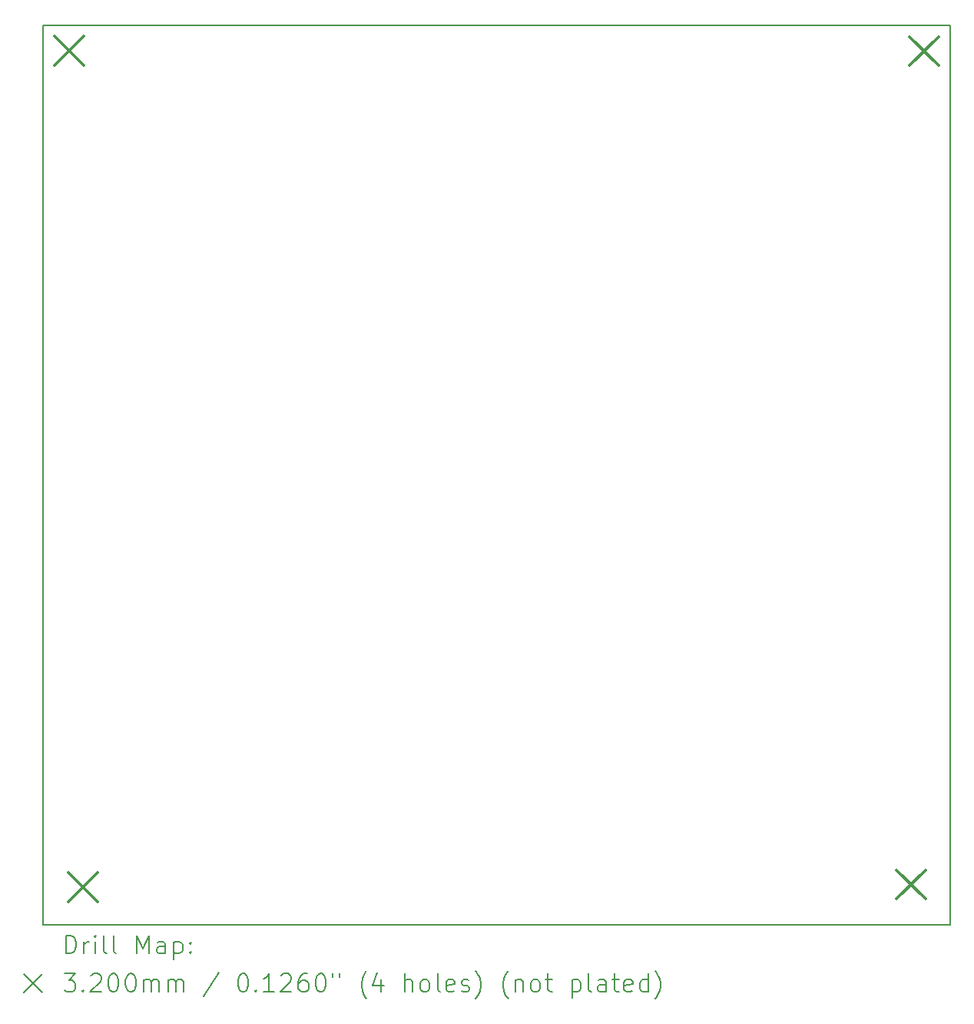
<source format=gbr>
%TF.GenerationSoftware,KiCad,Pcbnew,9.0.5*%
%TF.CreationDate,2026-01-11T12:05:40+10:00*%
%TF.ProjectId,Jet Ranger Front Panel Servo,4a657420-5261-46e6-9765-722046726f6e,1.2*%
%TF.SameCoordinates,Original*%
%TF.FileFunction,Drillmap*%
%TF.FilePolarity,Positive*%
%FSLAX45Y45*%
G04 Gerber Fmt 4.5, Leading zero omitted, Abs format (unit mm)*
G04 Created by KiCad (PCBNEW 9.0.5) date 2026-01-11 12:05:40*
%MOMM*%
%LPD*%
G01*
G04 APERTURE LIST*
%ADD10C,0.200000*%
%ADD11C,0.320000*%
G04 APERTURE END LIST*
D10*
X2946400Y-3596640D02*
X12946400Y-3596640D01*
X12946400Y-13501640D01*
X2946400Y-13501640D01*
X2946400Y-3596640D01*
D11*
X3070000Y-3720000D02*
X3390000Y-4040000D01*
X3390000Y-3720000D02*
X3070000Y-4040000D01*
X3225180Y-12932950D02*
X3545180Y-13252950D01*
X3545180Y-12932950D02*
X3225180Y-13252950D01*
X12350100Y-12901220D02*
X12670100Y-13221220D01*
X12670100Y-12901220D02*
X12350100Y-13221220D01*
X12498980Y-3723210D02*
X12818980Y-4043210D01*
X12818980Y-3723210D02*
X12498980Y-4043210D01*
D10*
X3197177Y-13823124D02*
X3197177Y-13623124D01*
X3197177Y-13623124D02*
X3244796Y-13623124D01*
X3244796Y-13623124D02*
X3273367Y-13632648D01*
X3273367Y-13632648D02*
X3292415Y-13651695D01*
X3292415Y-13651695D02*
X3301939Y-13670743D01*
X3301939Y-13670743D02*
X3311462Y-13708838D01*
X3311462Y-13708838D02*
X3311462Y-13737409D01*
X3311462Y-13737409D02*
X3301939Y-13775505D01*
X3301939Y-13775505D02*
X3292415Y-13794552D01*
X3292415Y-13794552D02*
X3273367Y-13813600D01*
X3273367Y-13813600D02*
X3244796Y-13823124D01*
X3244796Y-13823124D02*
X3197177Y-13823124D01*
X3397177Y-13823124D02*
X3397177Y-13689790D01*
X3397177Y-13727886D02*
X3406701Y-13708838D01*
X3406701Y-13708838D02*
X3416224Y-13699314D01*
X3416224Y-13699314D02*
X3435272Y-13689790D01*
X3435272Y-13689790D02*
X3454320Y-13689790D01*
X3520986Y-13823124D02*
X3520986Y-13689790D01*
X3520986Y-13623124D02*
X3511462Y-13632648D01*
X3511462Y-13632648D02*
X3520986Y-13642171D01*
X3520986Y-13642171D02*
X3530510Y-13632648D01*
X3530510Y-13632648D02*
X3520986Y-13623124D01*
X3520986Y-13623124D02*
X3520986Y-13642171D01*
X3644796Y-13823124D02*
X3625748Y-13813600D01*
X3625748Y-13813600D02*
X3616224Y-13794552D01*
X3616224Y-13794552D02*
X3616224Y-13623124D01*
X3749558Y-13823124D02*
X3730510Y-13813600D01*
X3730510Y-13813600D02*
X3720986Y-13794552D01*
X3720986Y-13794552D02*
X3720986Y-13623124D01*
X3978129Y-13823124D02*
X3978129Y-13623124D01*
X3978129Y-13623124D02*
X4044796Y-13765981D01*
X4044796Y-13765981D02*
X4111462Y-13623124D01*
X4111462Y-13623124D02*
X4111462Y-13823124D01*
X4292415Y-13823124D02*
X4292415Y-13718362D01*
X4292415Y-13718362D02*
X4282891Y-13699314D01*
X4282891Y-13699314D02*
X4263844Y-13689790D01*
X4263844Y-13689790D02*
X4225748Y-13689790D01*
X4225748Y-13689790D02*
X4206701Y-13699314D01*
X4292415Y-13813600D02*
X4273367Y-13823124D01*
X4273367Y-13823124D02*
X4225748Y-13823124D01*
X4225748Y-13823124D02*
X4206701Y-13813600D01*
X4206701Y-13813600D02*
X4197177Y-13794552D01*
X4197177Y-13794552D02*
X4197177Y-13775505D01*
X4197177Y-13775505D02*
X4206701Y-13756457D01*
X4206701Y-13756457D02*
X4225748Y-13746933D01*
X4225748Y-13746933D02*
X4273367Y-13746933D01*
X4273367Y-13746933D02*
X4292415Y-13737409D01*
X4387653Y-13689790D02*
X4387653Y-13889790D01*
X4387653Y-13699314D02*
X4406701Y-13689790D01*
X4406701Y-13689790D02*
X4444796Y-13689790D01*
X4444796Y-13689790D02*
X4463844Y-13699314D01*
X4463844Y-13699314D02*
X4473367Y-13708838D01*
X4473367Y-13708838D02*
X4482891Y-13727886D01*
X4482891Y-13727886D02*
X4482891Y-13785028D01*
X4482891Y-13785028D02*
X4473367Y-13804076D01*
X4473367Y-13804076D02*
X4463844Y-13813600D01*
X4463844Y-13813600D02*
X4444796Y-13823124D01*
X4444796Y-13823124D02*
X4406701Y-13823124D01*
X4406701Y-13823124D02*
X4387653Y-13813600D01*
X4568605Y-13804076D02*
X4578129Y-13813600D01*
X4578129Y-13813600D02*
X4568605Y-13823124D01*
X4568605Y-13823124D02*
X4559082Y-13813600D01*
X4559082Y-13813600D02*
X4568605Y-13804076D01*
X4568605Y-13804076D02*
X4568605Y-13823124D01*
X4568605Y-13699314D02*
X4578129Y-13708838D01*
X4578129Y-13708838D02*
X4568605Y-13718362D01*
X4568605Y-13718362D02*
X4559082Y-13708838D01*
X4559082Y-13708838D02*
X4568605Y-13699314D01*
X4568605Y-13699314D02*
X4568605Y-13718362D01*
X2736400Y-14051640D02*
X2936400Y-14251640D01*
X2936400Y-14051640D02*
X2736400Y-14251640D01*
X3178129Y-14043124D02*
X3301939Y-14043124D01*
X3301939Y-14043124D02*
X3235272Y-14119314D01*
X3235272Y-14119314D02*
X3263843Y-14119314D01*
X3263843Y-14119314D02*
X3282891Y-14128838D01*
X3282891Y-14128838D02*
X3292415Y-14138362D01*
X3292415Y-14138362D02*
X3301939Y-14157409D01*
X3301939Y-14157409D02*
X3301939Y-14205028D01*
X3301939Y-14205028D02*
X3292415Y-14224076D01*
X3292415Y-14224076D02*
X3282891Y-14233600D01*
X3282891Y-14233600D02*
X3263843Y-14243124D01*
X3263843Y-14243124D02*
X3206701Y-14243124D01*
X3206701Y-14243124D02*
X3187653Y-14233600D01*
X3187653Y-14233600D02*
X3178129Y-14224076D01*
X3387653Y-14224076D02*
X3397177Y-14233600D01*
X3397177Y-14233600D02*
X3387653Y-14243124D01*
X3387653Y-14243124D02*
X3378129Y-14233600D01*
X3378129Y-14233600D02*
X3387653Y-14224076D01*
X3387653Y-14224076D02*
X3387653Y-14243124D01*
X3473367Y-14062171D02*
X3482891Y-14052648D01*
X3482891Y-14052648D02*
X3501939Y-14043124D01*
X3501939Y-14043124D02*
X3549558Y-14043124D01*
X3549558Y-14043124D02*
X3568605Y-14052648D01*
X3568605Y-14052648D02*
X3578129Y-14062171D01*
X3578129Y-14062171D02*
X3587653Y-14081219D01*
X3587653Y-14081219D02*
X3587653Y-14100267D01*
X3587653Y-14100267D02*
X3578129Y-14128838D01*
X3578129Y-14128838D02*
X3463843Y-14243124D01*
X3463843Y-14243124D02*
X3587653Y-14243124D01*
X3711462Y-14043124D02*
X3730510Y-14043124D01*
X3730510Y-14043124D02*
X3749558Y-14052648D01*
X3749558Y-14052648D02*
X3759082Y-14062171D01*
X3759082Y-14062171D02*
X3768605Y-14081219D01*
X3768605Y-14081219D02*
X3778129Y-14119314D01*
X3778129Y-14119314D02*
X3778129Y-14166933D01*
X3778129Y-14166933D02*
X3768605Y-14205028D01*
X3768605Y-14205028D02*
X3759082Y-14224076D01*
X3759082Y-14224076D02*
X3749558Y-14233600D01*
X3749558Y-14233600D02*
X3730510Y-14243124D01*
X3730510Y-14243124D02*
X3711462Y-14243124D01*
X3711462Y-14243124D02*
X3692415Y-14233600D01*
X3692415Y-14233600D02*
X3682891Y-14224076D01*
X3682891Y-14224076D02*
X3673367Y-14205028D01*
X3673367Y-14205028D02*
X3663843Y-14166933D01*
X3663843Y-14166933D02*
X3663843Y-14119314D01*
X3663843Y-14119314D02*
X3673367Y-14081219D01*
X3673367Y-14081219D02*
X3682891Y-14062171D01*
X3682891Y-14062171D02*
X3692415Y-14052648D01*
X3692415Y-14052648D02*
X3711462Y-14043124D01*
X3901939Y-14043124D02*
X3920986Y-14043124D01*
X3920986Y-14043124D02*
X3940034Y-14052648D01*
X3940034Y-14052648D02*
X3949558Y-14062171D01*
X3949558Y-14062171D02*
X3959082Y-14081219D01*
X3959082Y-14081219D02*
X3968605Y-14119314D01*
X3968605Y-14119314D02*
X3968605Y-14166933D01*
X3968605Y-14166933D02*
X3959082Y-14205028D01*
X3959082Y-14205028D02*
X3949558Y-14224076D01*
X3949558Y-14224076D02*
X3940034Y-14233600D01*
X3940034Y-14233600D02*
X3920986Y-14243124D01*
X3920986Y-14243124D02*
X3901939Y-14243124D01*
X3901939Y-14243124D02*
X3882891Y-14233600D01*
X3882891Y-14233600D02*
X3873367Y-14224076D01*
X3873367Y-14224076D02*
X3863843Y-14205028D01*
X3863843Y-14205028D02*
X3854320Y-14166933D01*
X3854320Y-14166933D02*
X3854320Y-14119314D01*
X3854320Y-14119314D02*
X3863843Y-14081219D01*
X3863843Y-14081219D02*
X3873367Y-14062171D01*
X3873367Y-14062171D02*
X3882891Y-14052648D01*
X3882891Y-14052648D02*
X3901939Y-14043124D01*
X4054320Y-14243124D02*
X4054320Y-14109790D01*
X4054320Y-14128838D02*
X4063843Y-14119314D01*
X4063843Y-14119314D02*
X4082891Y-14109790D01*
X4082891Y-14109790D02*
X4111463Y-14109790D01*
X4111463Y-14109790D02*
X4130510Y-14119314D01*
X4130510Y-14119314D02*
X4140034Y-14138362D01*
X4140034Y-14138362D02*
X4140034Y-14243124D01*
X4140034Y-14138362D02*
X4149558Y-14119314D01*
X4149558Y-14119314D02*
X4168605Y-14109790D01*
X4168605Y-14109790D02*
X4197177Y-14109790D01*
X4197177Y-14109790D02*
X4216225Y-14119314D01*
X4216225Y-14119314D02*
X4225748Y-14138362D01*
X4225748Y-14138362D02*
X4225748Y-14243124D01*
X4320986Y-14243124D02*
X4320986Y-14109790D01*
X4320986Y-14128838D02*
X4330510Y-14119314D01*
X4330510Y-14119314D02*
X4349558Y-14109790D01*
X4349558Y-14109790D02*
X4378129Y-14109790D01*
X4378129Y-14109790D02*
X4397177Y-14119314D01*
X4397177Y-14119314D02*
X4406701Y-14138362D01*
X4406701Y-14138362D02*
X4406701Y-14243124D01*
X4406701Y-14138362D02*
X4416225Y-14119314D01*
X4416225Y-14119314D02*
X4435272Y-14109790D01*
X4435272Y-14109790D02*
X4463844Y-14109790D01*
X4463844Y-14109790D02*
X4482891Y-14119314D01*
X4482891Y-14119314D02*
X4492415Y-14138362D01*
X4492415Y-14138362D02*
X4492415Y-14243124D01*
X4882891Y-14033600D02*
X4711463Y-14290743D01*
X5140034Y-14043124D02*
X5159082Y-14043124D01*
X5159082Y-14043124D02*
X5178129Y-14052648D01*
X5178129Y-14052648D02*
X5187653Y-14062171D01*
X5187653Y-14062171D02*
X5197177Y-14081219D01*
X5197177Y-14081219D02*
X5206701Y-14119314D01*
X5206701Y-14119314D02*
X5206701Y-14166933D01*
X5206701Y-14166933D02*
X5197177Y-14205028D01*
X5197177Y-14205028D02*
X5187653Y-14224076D01*
X5187653Y-14224076D02*
X5178129Y-14233600D01*
X5178129Y-14233600D02*
X5159082Y-14243124D01*
X5159082Y-14243124D02*
X5140034Y-14243124D01*
X5140034Y-14243124D02*
X5120987Y-14233600D01*
X5120987Y-14233600D02*
X5111463Y-14224076D01*
X5111463Y-14224076D02*
X5101939Y-14205028D01*
X5101939Y-14205028D02*
X5092415Y-14166933D01*
X5092415Y-14166933D02*
X5092415Y-14119314D01*
X5092415Y-14119314D02*
X5101939Y-14081219D01*
X5101939Y-14081219D02*
X5111463Y-14062171D01*
X5111463Y-14062171D02*
X5120987Y-14052648D01*
X5120987Y-14052648D02*
X5140034Y-14043124D01*
X5292415Y-14224076D02*
X5301939Y-14233600D01*
X5301939Y-14233600D02*
X5292415Y-14243124D01*
X5292415Y-14243124D02*
X5282891Y-14233600D01*
X5282891Y-14233600D02*
X5292415Y-14224076D01*
X5292415Y-14224076D02*
X5292415Y-14243124D01*
X5492415Y-14243124D02*
X5378129Y-14243124D01*
X5435272Y-14243124D02*
X5435272Y-14043124D01*
X5435272Y-14043124D02*
X5416225Y-14071695D01*
X5416225Y-14071695D02*
X5397177Y-14090743D01*
X5397177Y-14090743D02*
X5378129Y-14100267D01*
X5568606Y-14062171D02*
X5578129Y-14052648D01*
X5578129Y-14052648D02*
X5597177Y-14043124D01*
X5597177Y-14043124D02*
X5644796Y-14043124D01*
X5644796Y-14043124D02*
X5663844Y-14052648D01*
X5663844Y-14052648D02*
X5673367Y-14062171D01*
X5673367Y-14062171D02*
X5682891Y-14081219D01*
X5682891Y-14081219D02*
X5682891Y-14100267D01*
X5682891Y-14100267D02*
X5673367Y-14128838D01*
X5673367Y-14128838D02*
X5559082Y-14243124D01*
X5559082Y-14243124D02*
X5682891Y-14243124D01*
X5854320Y-14043124D02*
X5816225Y-14043124D01*
X5816225Y-14043124D02*
X5797177Y-14052648D01*
X5797177Y-14052648D02*
X5787653Y-14062171D01*
X5787653Y-14062171D02*
X5768606Y-14090743D01*
X5768606Y-14090743D02*
X5759082Y-14128838D01*
X5759082Y-14128838D02*
X5759082Y-14205028D01*
X5759082Y-14205028D02*
X5768606Y-14224076D01*
X5768606Y-14224076D02*
X5778129Y-14233600D01*
X5778129Y-14233600D02*
X5797177Y-14243124D01*
X5797177Y-14243124D02*
X5835272Y-14243124D01*
X5835272Y-14243124D02*
X5854320Y-14233600D01*
X5854320Y-14233600D02*
X5863844Y-14224076D01*
X5863844Y-14224076D02*
X5873367Y-14205028D01*
X5873367Y-14205028D02*
X5873367Y-14157409D01*
X5873367Y-14157409D02*
X5863844Y-14138362D01*
X5863844Y-14138362D02*
X5854320Y-14128838D01*
X5854320Y-14128838D02*
X5835272Y-14119314D01*
X5835272Y-14119314D02*
X5797177Y-14119314D01*
X5797177Y-14119314D02*
X5778129Y-14128838D01*
X5778129Y-14128838D02*
X5768606Y-14138362D01*
X5768606Y-14138362D02*
X5759082Y-14157409D01*
X5997177Y-14043124D02*
X6016225Y-14043124D01*
X6016225Y-14043124D02*
X6035272Y-14052648D01*
X6035272Y-14052648D02*
X6044796Y-14062171D01*
X6044796Y-14062171D02*
X6054320Y-14081219D01*
X6054320Y-14081219D02*
X6063844Y-14119314D01*
X6063844Y-14119314D02*
X6063844Y-14166933D01*
X6063844Y-14166933D02*
X6054320Y-14205028D01*
X6054320Y-14205028D02*
X6044796Y-14224076D01*
X6044796Y-14224076D02*
X6035272Y-14233600D01*
X6035272Y-14233600D02*
X6016225Y-14243124D01*
X6016225Y-14243124D02*
X5997177Y-14243124D01*
X5997177Y-14243124D02*
X5978129Y-14233600D01*
X5978129Y-14233600D02*
X5968606Y-14224076D01*
X5968606Y-14224076D02*
X5959082Y-14205028D01*
X5959082Y-14205028D02*
X5949558Y-14166933D01*
X5949558Y-14166933D02*
X5949558Y-14119314D01*
X5949558Y-14119314D02*
X5959082Y-14081219D01*
X5959082Y-14081219D02*
X5968606Y-14062171D01*
X5968606Y-14062171D02*
X5978129Y-14052648D01*
X5978129Y-14052648D02*
X5997177Y-14043124D01*
X6140034Y-14043124D02*
X6140034Y-14081219D01*
X6216225Y-14043124D02*
X6216225Y-14081219D01*
X6511463Y-14319314D02*
X6501939Y-14309790D01*
X6501939Y-14309790D02*
X6482891Y-14281219D01*
X6482891Y-14281219D02*
X6473368Y-14262171D01*
X6473368Y-14262171D02*
X6463844Y-14233600D01*
X6463844Y-14233600D02*
X6454320Y-14185981D01*
X6454320Y-14185981D02*
X6454320Y-14147886D01*
X6454320Y-14147886D02*
X6463844Y-14100267D01*
X6463844Y-14100267D02*
X6473368Y-14071695D01*
X6473368Y-14071695D02*
X6482891Y-14052648D01*
X6482891Y-14052648D02*
X6501939Y-14024076D01*
X6501939Y-14024076D02*
X6511463Y-14014552D01*
X6673368Y-14109790D02*
X6673368Y-14243124D01*
X6625748Y-14033600D02*
X6578129Y-14176457D01*
X6578129Y-14176457D02*
X6701939Y-14176457D01*
X6930510Y-14243124D02*
X6930510Y-14043124D01*
X7016225Y-14243124D02*
X7016225Y-14138362D01*
X7016225Y-14138362D02*
X7006701Y-14119314D01*
X7006701Y-14119314D02*
X6987653Y-14109790D01*
X6987653Y-14109790D02*
X6959082Y-14109790D01*
X6959082Y-14109790D02*
X6940034Y-14119314D01*
X6940034Y-14119314D02*
X6930510Y-14128838D01*
X7140034Y-14243124D02*
X7120987Y-14233600D01*
X7120987Y-14233600D02*
X7111463Y-14224076D01*
X7111463Y-14224076D02*
X7101939Y-14205028D01*
X7101939Y-14205028D02*
X7101939Y-14147886D01*
X7101939Y-14147886D02*
X7111463Y-14128838D01*
X7111463Y-14128838D02*
X7120987Y-14119314D01*
X7120987Y-14119314D02*
X7140034Y-14109790D01*
X7140034Y-14109790D02*
X7168606Y-14109790D01*
X7168606Y-14109790D02*
X7187653Y-14119314D01*
X7187653Y-14119314D02*
X7197177Y-14128838D01*
X7197177Y-14128838D02*
X7206701Y-14147886D01*
X7206701Y-14147886D02*
X7206701Y-14205028D01*
X7206701Y-14205028D02*
X7197177Y-14224076D01*
X7197177Y-14224076D02*
X7187653Y-14233600D01*
X7187653Y-14233600D02*
X7168606Y-14243124D01*
X7168606Y-14243124D02*
X7140034Y-14243124D01*
X7320987Y-14243124D02*
X7301939Y-14233600D01*
X7301939Y-14233600D02*
X7292415Y-14214552D01*
X7292415Y-14214552D02*
X7292415Y-14043124D01*
X7473368Y-14233600D02*
X7454320Y-14243124D01*
X7454320Y-14243124D02*
X7416225Y-14243124D01*
X7416225Y-14243124D02*
X7397177Y-14233600D01*
X7397177Y-14233600D02*
X7387653Y-14214552D01*
X7387653Y-14214552D02*
X7387653Y-14138362D01*
X7387653Y-14138362D02*
X7397177Y-14119314D01*
X7397177Y-14119314D02*
X7416225Y-14109790D01*
X7416225Y-14109790D02*
X7454320Y-14109790D01*
X7454320Y-14109790D02*
X7473368Y-14119314D01*
X7473368Y-14119314D02*
X7482891Y-14138362D01*
X7482891Y-14138362D02*
X7482891Y-14157409D01*
X7482891Y-14157409D02*
X7387653Y-14176457D01*
X7559082Y-14233600D02*
X7578130Y-14243124D01*
X7578130Y-14243124D02*
X7616225Y-14243124D01*
X7616225Y-14243124D02*
X7635272Y-14233600D01*
X7635272Y-14233600D02*
X7644796Y-14214552D01*
X7644796Y-14214552D02*
X7644796Y-14205028D01*
X7644796Y-14205028D02*
X7635272Y-14185981D01*
X7635272Y-14185981D02*
X7616225Y-14176457D01*
X7616225Y-14176457D02*
X7587653Y-14176457D01*
X7587653Y-14176457D02*
X7568606Y-14166933D01*
X7568606Y-14166933D02*
X7559082Y-14147886D01*
X7559082Y-14147886D02*
X7559082Y-14138362D01*
X7559082Y-14138362D02*
X7568606Y-14119314D01*
X7568606Y-14119314D02*
X7587653Y-14109790D01*
X7587653Y-14109790D02*
X7616225Y-14109790D01*
X7616225Y-14109790D02*
X7635272Y-14119314D01*
X7711463Y-14319314D02*
X7720987Y-14309790D01*
X7720987Y-14309790D02*
X7740034Y-14281219D01*
X7740034Y-14281219D02*
X7749558Y-14262171D01*
X7749558Y-14262171D02*
X7759082Y-14233600D01*
X7759082Y-14233600D02*
X7768606Y-14185981D01*
X7768606Y-14185981D02*
X7768606Y-14147886D01*
X7768606Y-14147886D02*
X7759082Y-14100267D01*
X7759082Y-14100267D02*
X7749558Y-14071695D01*
X7749558Y-14071695D02*
X7740034Y-14052648D01*
X7740034Y-14052648D02*
X7720987Y-14024076D01*
X7720987Y-14024076D02*
X7711463Y-14014552D01*
X8073368Y-14319314D02*
X8063844Y-14309790D01*
X8063844Y-14309790D02*
X8044796Y-14281219D01*
X8044796Y-14281219D02*
X8035272Y-14262171D01*
X8035272Y-14262171D02*
X8025749Y-14233600D01*
X8025749Y-14233600D02*
X8016225Y-14185981D01*
X8016225Y-14185981D02*
X8016225Y-14147886D01*
X8016225Y-14147886D02*
X8025749Y-14100267D01*
X8025749Y-14100267D02*
X8035272Y-14071695D01*
X8035272Y-14071695D02*
X8044796Y-14052648D01*
X8044796Y-14052648D02*
X8063844Y-14024076D01*
X8063844Y-14024076D02*
X8073368Y-14014552D01*
X8149558Y-14109790D02*
X8149558Y-14243124D01*
X8149558Y-14128838D02*
X8159082Y-14119314D01*
X8159082Y-14119314D02*
X8178130Y-14109790D01*
X8178130Y-14109790D02*
X8206701Y-14109790D01*
X8206701Y-14109790D02*
X8225749Y-14119314D01*
X8225749Y-14119314D02*
X8235272Y-14138362D01*
X8235272Y-14138362D02*
X8235272Y-14243124D01*
X8359082Y-14243124D02*
X8340034Y-14233600D01*
X8340034Y-14233600D02*
X8330511Y-14224076D01*
X8330511Y-14224076D02*
X8320987Y-14205028D01*
X8320987Y-14205028D02*
X8320987Y-14147886D01*
X8320987Y-14147886D02*
X8330511Y-14128838D01*
X8330511Y-14128838D02*
X8340034Y-14119314D01*
X8340034Y-14119314D02*
X8359082Y-14109790D01*
X8359082Y-14109790D02*
X8387653Y-14109790D01*
X8387653Y-14109790D02*
X8406701Y-14119314D01*
X8406701Y-14119314D02*
X8416225Y-14128838D01*
X8416225Y-14128838D02*
X8425749Y-14147886D01*
X8425749Y-14147886D02*
X8425749Y-14205028D01*
X8425749Y-14205028D02*
X8416225Y-14224076D01*
X8416225Y-14224076D02*
X8406701Y-14233600D01*
X8406701Y-14233600D02*
X8387653Y-14243124D01*
X8387653Y-14243124D02*
X8359082Y-14243124D01*
X8482892Y-14109790D02*
X8559082Y-14109790D01*
X8511463Y-14043124D02*
X8511463Y-14214552D01*
X8511463Y-14214552D02*
X8520987Y-14233600D01*
X8520987Y-14233600D02*
X8540034Y-14243124D01*
X8540034Y-14243124D02*
X8559082Y-14243124D01*
X8778130Y-14109790D02*
X8778130Y-14309790D01*
X8778130Y-14119314D02*
X8797177Y-14109790D01*
X8797177Y-14109790D02*
X8835273Y-14109790D01*
X8835273Y-14109790D02*
X8854320Y-14119314D01*
X8854320Y-14119314D02*
X8863844Y-14128838D01*
X8863844Y-14128838D02*
X8873368Y-14147886D01*
X8873368Y-14147886D02*
X8873368Y-14205028D01*
X8873368Y-14205028D02*
X8863844Y-14224076D01*
X8863844Y-14224076D02*
X8854320Y-14233600D01*
X8854320Y-14233600D02*
X8835273Y-14243124D01*
X8835273Y-14243124D02*
X8797177Y-14243124D01*
X8797177Y-14243124D02*
X8778130Y-14233600D01*
X8987654Y-14243124D02*
X8968606Y-14233600D01*
X8968606Y-14233600D02*
X8959082Y-14214552D01*
X8959082Y-14214552D02*
X8959082Y-14043124D01*
X9149558Y-14243124D02*
X9149558Y-14138362D01*
X9149558Y-14138362D02*
X9140035Y-14119314D01*
X9140035Y-14119314D02*
X9120987Y-14109790D01*
X9120987Y-14109790D02*
X9082892Y-14109790D01*
X9082892Y-14109790D02*
X9063844Y-14119314D01*
X9149558Y-14233600D02*
X9130511Y-14243124D01*
X9130511Y-14243124D02*
X9082892Y-14243124D01*
X9082892Y-14243124D02*
X9063844Y-14233600D01*
X9063844Y-14233600D02*
X9054320Y-14214552D01*
X9054320Y-14214552D02*
X9054320Y-14195505D01*
X9054320Y-14195505D02*
X9063844Y-14176457D01*
X9063844Y-14176457D02*
X9082892Y-14166933D01*
X9082892Y-14166933D02*
X9130511Y-14166933D01*
X9130511Y-14166933D02*
X9149558Y-14157409D01*
X9216225Y-14109790D02*
X9292415Y-14109790D01*
X9244796Y-14043124D02*
X9244796Y-14214552D01*
X9244796Y-14214552D02*
X9254320Y-14233600D01*
X9254320Y-14233600D02*
X9273368Y-14243124D01*
X9273368Y-14243124D02*
X9292415Y-14243124D01*
X9435273Y-14233600D02*
X9416225Y-14243124D01*
X9416225Y-14243124D02*
X9378130Y-14243124D01*
X9378130Y-14243124D02*
X9359082Y-14233600D01*
X9359082Y-14233600D02*
X9349558Y-14214552D01*
X9349558Y-14214552D02*
X9349558Y-14138362D01*
X9349558Y-14138362D02*
X9359082Y-14119314D01*
X9359082Y-14119314D02*
X9378130Y-14109790D01*
X9378130Y-14109790D02*
X9416225Y-14109790D01*
X9416225Y-14109790D02*
X9435273Y-14119314D01*
X9435273Y-14119314D02*
X9444796Y-14138362D01*
X9444796Y-14138362D02*
X9444796Y-14157409D01*
X9444796Y-14157409D02*
X9349558Y-14176457D01*
X9616225Y-14243124D02*
X9616225Y-14043124D01*
X9616225Y-14233600D02*
X9597177Y-14243124D01*
X9597177Y-14243124D02*
X9559082Y-14243124D01*
X9559082Y-14243124D02*
X9540035Y-14233600D01*
X9540035Y-14233600D02*
X9530511Y-14224076D01*
X9530511Y-14224076D02*
X9520987Y-14205028D01*
X9520987Y-14205028D02*
X9520987Y-14147886D01*
X9520987Y-14147886D02*
X9530511Y-14128838D01*
X9530511Y-14128838D02*
X9540035Y-14119314D01*
X9540035Y-14119314D02*
X9559082Y-14109790D01*
X9559082Y-14109790D02*
X9597177Y-14109790D01*
X9597177Y-14109790D02*
X9616225Y-14119314D01*
X9692416Y-14319314D02*
X9701939Y-14309790D01*
X9701939Y-14309790D02*
X9720987Y-14281219D01*
X9720987Y-14281219D02*
X9730511Y-14262171D01*
X9730511Y-14262171D02*
X9740035Y-14233600D01*
X9740035Y-14233600D02*
X9749558Y-14185981D01*
X9749558Y-14185981D02*
X9749558Y-14147886D01*
X9749558Y-14147886D02*
X9740035Y-14100267D01*
X9740035Y-14100267D02*
X9730511Y-14071695D01*
X9730511Y-14071695D02*
X9720987Y-14052648D01*
X9720987Y-14052648D02*
X9701939Y-14024076D01*
X9701939Y-14024076D02*
X9692416Y-14014552D01*
M02*

</source>
